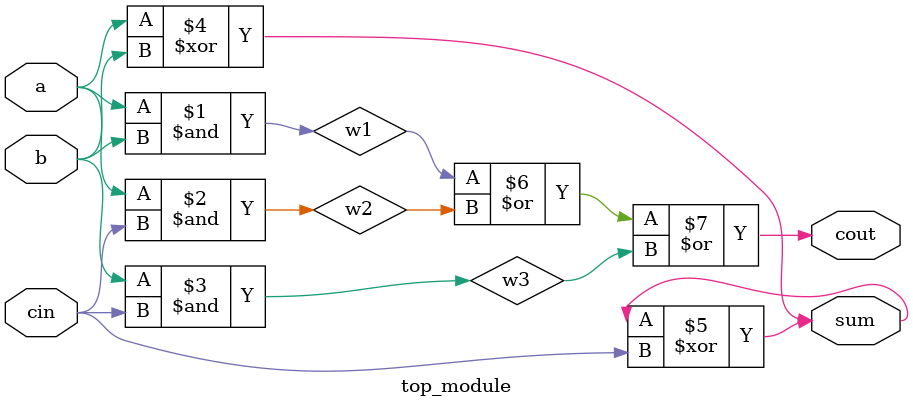
<source format=sv>
module top_module (
	input a,
	input b,
	input cin,
	output cout,
	output sum
);

	// Internal wires
	wire w1, w2, w3;

	// AND gates
	and gate1(w1, a, b);
	and gate2(w2, a, cin);
	and gate3(w3, b, cin);

	// XOR gates
	xor gate4(sum, a, b);
	xor gate5(sum, sum, cin);

	// OR gate
	or gate6(cout, w1, w2, w3);

endmodule

</source>
